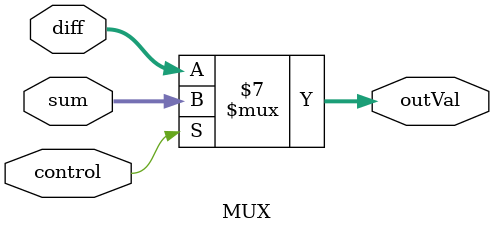
<source format=sv>
module MUX(input logic control, input logic [5:0] sum, input logic [5:0] diff, output logic [5:0] outVal);

always_comb begin
	if(control==1'b1)
		outVal<=sum;
	else if(control==1'b0)
		outVal<=diff;
	else
		outVal<=diff;
end

endmodule

</source>
